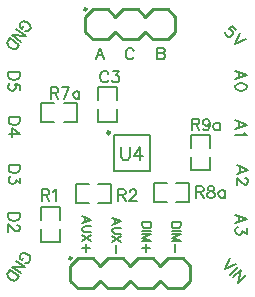
<source format=gto>
G04 Layer: TopSilkLayer*
G04 EasyEDA v6.1.41, Mon, 03 Jun 2019 03:14:34 GMT*
G04 5a90bc5d05c24feeabf61e1713a7abd1,f719cc3b5e9d4f31bc15a5958a6a0e99,10*
G04 Gerber Generator version 0.2*
G04 Scale: 100 percent, Rotated: No, Reflected: No *
G04 Dimensions in millimeters *
G04 leading zeros omitted , absolute positions ,3 integer and 3 decimal *
%FSLAX33Y33*%
%MOMM*%
G90*
G71D02*

%ADD10C,0.254000*%
%ADD19C,0.200000*%
%ADD20C,0.249999*%
%ADD21C,0.152400*%
%ADD22C,0.203200*%

%LPD*%
G54D19*
G01X13603Y14342D02*
G01X16002Y14342D01*
G01X16002Y11342D01*
G01X12979Y11342D01*
G01X12979Y14342D01*
G01X13603Y14342D01*
G01X11640Y10163D02*
G01X12740Y10163D01*
G01X12740Y8562D01*
G01X11640Y8562D01*
G01X10840Y10163D02*
G01X9740Y10163D01*
G01X9740Y9163D01*
G01X9740Y8562D01*
G01X10840Y8562D01*
G54D10*
G01X15621Y24348D02*
G01X16256Y24983D01*
G01X16256Y24983D02*
G01X17526Y24983D01*
G01X17526Y24983D02*
G01X18161Y24348D01*
G01X18161Y23078D02*
G01X17526Y22443D01*
G01X17526Y22443D02*
G01X16256Y22443D01*
G01X16256Y22443D02*
G01X15621Y23078D01*
G01X11176Y24983D02*
G01X12446Y24983D01*
G01X12446Y24983D02*
G01X13081Y24348D01*
G01X13081Y23078D02*
G01X12446Y22443D01*
G01X13081Y24348D02*
G01X13716Y24983D01*
G01X13716Y24983D02*
G01X14986Y24983D01*
G01X14986Y24983D02*
G01X15621Y24348D01*
G01X15621Y23078D02*
G01X14986Y22443D01*
G01X14986Y22443D02*
G01X13716Y22443D01*
G01X13716Y22443D02*
G01X13081Y23078D01*
G01X10541Y24348D02*
G01X10541Y23078D01*
G01X11176Y24983D02*
G01X10541Y24348D01*
G01X10541Y23078D02*
G01X11176Y22443D01*
G01X12446Y22443D02*
G01X11176Y22443D01*
G01X18161Y24348D02*
G01X18161Y23078D01*
G01X17526Y3901D02*
G01X18796Y3901D01*
G01X18796Y3901D02*
G01X19431Y3266D01*
G01X19431Y1996D02*
G01X18796Y1361D01*
G01X14351Y3266D02*
G01X14986Y3901D01*
G01X14986Y3901D02*
G01X16256Y3901D01*
G01X16256Y3901D02*
G01X16891Y3266D01*
G01X16891Y1996D02*
G01X16256Y1361D01*
G01X16256Y1361D02*
G01X14986Y1361D01*
G01X14986Y1361D02*
G01X14351Y1996D01*
G01X17526Y3901D02*
G01X16891Y3266D01*
G01X16891Y1996D02*
G01X17526Y1361D01*
G01X18796Y1361D02*
G01X17526Y1361D01*
G01X9906Y3901D02*
G01X11176Y3901D01*
G01X11176Y3901D02*
G01X11811Y3266D01*
G01X11811Y1996D02*
G01X11176Y1361D01*
G01X11811Y3266D02*
G01X12446Y3901D01*
G01X12446Y3901D02*
G01X13716Y3901D01*
G01X13716Y3901D02*
G01X14351Y3266D01*
G01X14351Y1996D02*
G01X13716Y1361D01*
G01X13716Y1361D02*
G01X12446Y1361D01*
G01X12446Y1361D02*
G01X11811Y1996D01*
G01X9271Y3266D02*
G01X9271Y1996D01*
G01X9906Y3901D02*
G01X9271Y3266D01*
G01X9271Y1996D02*
G01X9906Y1361D01*
G01X11176Y1361D02*
G01X9906Y1361D01*
G01X19431Y3266D02*
G01X19431Y1996D01*
G54D19*
G01X6819Y7160D02*
G01X6819Y8260D01*
G01X8420Y8260D01*
G01X8420Y7160D01*
G01X6819Y6360D02*
G01X6819Y5260D01*
G01X7819Y5260D01*
G01X8420Y5260D01*
G01X8420Y6360D01*
G01X19519Y13256D02*
G01X19519Y14356D01*
G01X21120Y14356D01*
G01X21120Y13256D01*
G01X19519Y12456D02*
G01X19519Y11356D01*
G01X20519Y11356D01*
G01X21120Y11356D01*
G01X21120Y12456D01*
G01X18244Y10290D02*
G01X19344Y10290D01*
G01X19344Y8689D01*
G01X18244Y8689D01*
G01X17444Y10290D02*
G01X16344Y10290D01*
G01X16344Y9290D01*
G01X16344Y8689D01*
G01X17444Y8689D01*
G01X8719Y17021D02*
G01X9819Y17021D01*
G01X9819Y15420D01*
G01X8719Y15420D01*
G01X7919Y17021D02*
G01X6819Y17021D01*
G01X6819Y16021D01*
G01X6819Y15420D01*
G01X7919Y15420D01*
G01X11645Y17320D02*
G01X11645Y18420D01*
G01X13246Y18420D01*
G01X13246Y17320D01*
G01X11645Y16520D02*
G01X11645Y15420D01*
G01X12645Y15420D01*
G01X13246Y15420D01*
G01X13246Y16520D01*
G54D21*
G01X13588Y13300D02*
G01X13588Y12522D01*
G01X13639Y12365D01*
G01X13743Y12261D01*
G01X13901Y12210D01*
G01X14005Y12210D01*
G01X14160Y12261D01*
G01X14264Y12365D01*
G01X14315Y12522D01*
G01X14315Y13300D01*
G01X15179Y13300D02*
G01X14658Y12573D01*
G01X15438Y12573D01*
G01X15179Y13300D02*
G01X15179Y12210D01*
G01X13335Y9743D02*
G01X13335Y8788D01*
G01X13335Y9743D02*
G01X13743Y9743D01*
G01X13878Y9698D01*
G01X13924Y9652D01*
G01X13970Y9561D01*
G01X13970Y9469D01*
G01X13924Y9380D01*
G01X13878Y9335D01*
G01X13743Y9289D01*
G01X13335Y9289D01*
G01X13652Y9289D02*
G01X13970Y8788D01*
G01X14315Y9515D02*
G01X14315Y9561D01*
G01X14361Y9652D01*
G01X14406Y9698D01*
G01X14498Y9743D01*
G01X14678Y9743D01*
G01X14770Y9698D01*
G01X14815Y9652D01*
G01X14861Y9561D01*
G01X14861Y9469D01*
G01X14815Y9380D01*
G01X14724Y9243D01*
G01X14269Y8788D01*
G01X14907Y8788D01*
G01X6858Y9743D02*
G01X6858Y8788D01*
G01X6858Y9743D02*
G01X7266Y9743D01*
G01X7401Y9698D01*
G01X7447Y9652D01*
G01X7493Y9561D01*
G01X7493Y9469D01*
G01X7447Y9380D01*
G01X7401Y9335D01*
G01X7266Y9289D01*
G01X6858Y9289D01*
G01X7175Y9289D02*
G01X7493Y8788D01*
G01X7792Y9561D02*
G01X7884Y9606D01*
G01X8021Y9743D01*
G01X8021Y8788D01*
G01X19558Y15712D02*
G01X19558Y14757D01*
G01X19558Y15712D02*
G01X19966Y15712D01*
G01X20101Y15667D01*
G01X20147Y15621D01*
G01X20193Y15530D01*
G01X20193Y15438D01*
G01X20147Y15349D01*
G01X20101Y15304D01*
G01X19966Y15258D01*
G01X19558Y15258D01*
G01X19875Y15258D02*
G01X20193Y14757D01*
G01X21084Y15392D02*
G01X21038Y15258D01*
G01X20947Y15166D01*
G01X20812Y15121D01*
G01X20767Y15121D01*
G01X20629Y15166D01*
G01X20538Y15258D01*
G01X20492Y15392D01*
G01X20492Y15438D01*
G01X20538Y15575D01*
G01X20629Y15667D01*
G01X20767Y15712D01*
G01X20812Y15712D01*
G01X20947Y15667D01*
G01X21038Y15575D01*
G01X21084Y15392D01*
G01X21084Y15166D01*
G01X21038Y14940D01*
G01X20947Y14803D01*
G01X20812Y14757D01*
G01X20721Y14757D01*
G01X20584Y14803D01*
G01X20538Y14895D01*
G01X21930Y15392D02*
G01X21930Y14757D01*
G01X21930Y15258D02*
G01X21838Y15349D01*
G01X21747Y15392D01*
G01X21610Y15392D01*
G01X21521Y15349D01*
G01X21429Y15258D01*
G01X21384Y15121D01*
G01X21384Y15029D01*
G01X21429Y14895D01*
G01X21521Y14803D01*
G01X21610Y14757D01*
G01X21747Y14757D01*
G01X21838Y14803D01*
G01X21930Y14895D01*
G01X19939Y9997D02*
G01X19939Y9042D01*
G01X19939Y9997D02*
G01X20347Y9997D01*
G01X20482Y9952D01*
G01X20528Y9906D01*
G01X20574Y9815D01*
G01X20574Y9723D01*
G01X20528Y9634D01*
G01X20482Y9589D01*
G01X20347Y9543D01*
G01X19939Y9543D01*
G01X20256Y9543D02*
G01X20574Y9042D01*
G01X21102Y9997D02*
G01X20965Y9952D01*
G01X20919Y9860D01*
G01X20919Y9769D01*
G01X20965Y9677D01*
G01X21056Y9634D01*
G01X21236Y9589D01*
G01X21374Y9543D01*
G01X21465Y9451D01*
G01X21511Y9360D01*
G01X21511Y9225D01*
G01X21465Y9134D01*
G01X21419Y9088D01*
G01X21282Y9042D01*
G01X21102Y9042D01*
G01X20965Y9088D01*
G01X20919Y9134D01*
G01X20873Y9225D01*
G01X20873Y9360D01*
G01X20919Y9451D01*
G01X21010Y9543D01*
G01X21148Y9589D01*
G01X21328Y9634D01*
G01X21419Y9677D01*
G01X21465Y9769D01*
G01X21465Y9860D01*
G01X21419Y9952D01*
G01X21282Y9997D01*
G01X21102Y9997D01*
G01X22357Y9677D02*
G01X22357Y9042D01*
G01X22357Y9543D02*
G01X22265Y9634D01*
G01X22174Y9677D01*
G01X22037Y9677D01*
G01X21948Y9634D01*
G01X21856Y9543D01*
G01X21810Y9406D01*
G01X21810Y9314D01*
G01X21856Y9180D01*
G01X21948Y9088D01*
G01X22037Y9042D01*
G01X22174Y9042D01*
G01X22265Y9088D01*
G01X22357Y9180D01*
G01X7620Y18379D02*
G01X7620Y17424D01*
G01X7620Y18379D02*
G01X8028Y18379D01*
G01X8163Y18334D01*
G01X8209Y18288D01*
G01X8255Y18197D01*
G01X8255Y18105D01*
G01X8209Y18016D01*
G01X8163Y17971D01*
G01X8028Y17925D01*
G01X7620Y17925D01*
G01X7937Y17925D02*
G01X8255Y17424D01*
G01X9192Y18379D02*
G01X8737Y17424D01*
G01X8554Y18379D02*
G01X9192Y18379D01*
G01X10038Y18059D02*
G01X10038Y17424D01*
G01X10038Y17925D02*
G01X9946Y18016D01*
G01X9855Y18059D01*
G01X9718Y18059D01*
G01X9629Y18016D01*
G01X9537Y17925D01*
G01X9491Y17788D01*
G01X9491Y17696D01*
G01X9537Y17562D01*
G01X9629Y17470D01*
G01X9718Y17424D01*
G01X9855Y17424D01*
G01X9946Y17470D01*
G01X10038Y17562D01*
G01X12491Y19548D02*
G01X12446Y19639D01*
G01X12354Y19731D01*
G01X12265Y19776D01*
G01X12082Y19776D01*
G01X11991Y19731D01*
G01X11899Y19639D01*
G01X11854Y19548D01*
G01X11811Y19413D01*
G01X11811Y19185D01*
G01X11854Y19048D01*
G01X11899Y18959D01*
G01X11991Y18867D01*
G01X12082Y18821D01*
G01X12265Y18821D01*
G01X12354Y18867D01*
G01X12446Y18959D01*
G01X12491Y19048D01*
G01X12882Y19776D02*
G01X13383Y19776D01*
G01X13108Y19413D01*
G01X13246Y19413D01*
G01X13337Y19368D01*
G01X13383Y19322D01*
G01X13428Y19185D01*
G01X13428Y19093D01*
G01X13383Y18959D01*
G01X13291Y18867D01*
G01X13154Y18821D01*
G01X13020Y18821D01*
G01X12882Y18867D01*
G01X12837Y18913D01*
G01X12791Y19004D01*
G54D22*
G01X5464Y23147D02*
G01X5564Y23130D01*
G01X5691Y23152D01*
G01X5781Y23201D01*
G01X5886Y23351D01*
G01X5900Y23450D01*
G01X5877Y23577D01*
G01X5829Y23667D01*
G01X5745Y23782D01*
G01X5557Y23913D01*
G01X5419Y23954D01*
G01X5320Y23967D01*
G01X5192Y23945D01*
G01X5104Y23898D01*
G01X4999Y23749D01*
G01X4984Y23647D01*
G01X5006Y23520D01*
G01X5054Y23434D01*
G01X5167Y23355D01*
G01X5296Y23540D02*
G01X5167Y23355D01*
G01X5478Y22768D02*
G01X4696Y23316D01*
G01X5478Y22768D02*
G01X4332Y22796D01*
G01X5114Y22248D02*
G01X4332Y22796D01*
G01X4942Y22002D02*
G01X4160Y22550D01*
G01X4942Y22002D02*
G01X4760Y21742D01*
G01X4644Y21656D01*
G01X4517Y21634D01*
G01X4415Y21649D01*
G01X4279Y21688D01*
G01X4092Y21820D01*
G01X4006Y21936D01*
G01X3959Y22024D01*
G01X3936Y22152D01*
G01X3978Y22290D01*
G01X4160Y22550D01*
G01X4973Y19649D02*
G01X4018Y19649D01*
G01X4973Y19649D02*
G01X4973Y19332D01*
G01X4927Y19195D01*
G01X4836Y19103D01*
G01X4744Y19058D01*
G01X4610Y19012D01*
G01X4381Y19012D01*
G01X4244Y19058D01*
G01X4155Y19103D01*
G01X4063Y19195D01*
G01X4018Y19332D01*
G01X4018Y19649D01*
G01X4973Y18169D02*
G01X4973Y18623D01*
G01X4564Y18666D01*
G01X4610Y18623D01*
G01X4653Y18486D01*
G01X4653Y18349D01*
G01X4610Y18214D01*
G01X4518Y18123D01*
G01X4381Y18077D01*
G01X4290Y18077D01*
G01X4155Y18123D01*
G01X4063Y18214D01*
G01X4018Y18349D01*
G01X4018Y18486D01*
G01X4063Y18623D01*
G01X4109Y18666D01*
G01X4201Y18712D01*
G01X4991Y15839D02*
G01X4036Y15839D01*
G01X4991Y15839D02*
G01X4991Y15522D01*
G01X4945Y15385D01*
G01X4853Y15293D01*
G01X4762Y15248D01*
G01X4627Y15202D01*
G01X4399Y15202D01*
G01X4262Y15248D01*
G01X4173Y15293D01*
G01X4081Y15385D01*
G01X4036Y15522D01*
G01X4036Y15839D01*
G01X4991Y14448D02*
G01X4353Y14902D01*
G01X4353Y14222D01*
G01X4991Y14448D02*
G01X4036Y14448D01*
G01X4991Y11775D02*
G01X4036Y11775D01*
G01X4991Y11775D02*
G01X4991Y11458D01*
G01X4945Y11321D01*
G01X4853Y11229D01*
G01X4762Y11184D01*
G01X4627Y11138D01*
G01X4399Y11138D01*
G01X4262Y11184D01*
G01X4173Y11229D01*
G01X4081Y11321D01*
G01X4036Y11458D01*
G01X4036Y11775D01*
G01X4991Y10749D02*
G01X4991Y10249D01*
G01X4627Y10521D01*
G01X4627Y10384D01*
G01X4582Y10295D01*
G01X4536Y10249D01*
G01X4399Y10203D01*
G01X4307Y10203D01*
G01X4173Y10249D01*
G01X4081Y10340D01*
G01X4036Y10475D01*
G01X4036Y10612D01*
G01X4081Y10749D01*
G01X4127Y10793D01*
G01X4218Y10838D01*
G01X4973Y7711D02*
G01X4018Y7711D01*
G01X4973Y7711D02*
G01X4973Y7394D01*
G01X4927Y7257D01*
G01X4836Y7165D01*
G01X4744Y7120D01*
G01X4610Y7074D01*
G01X4381Y7074D01*
G01X4244Y7120D01*
G01X4155Y7165D01*
G01X4063Y7257D01*
G01X4018Y7394D01*
G01X4018Y7711D01*
G01X4744Y6728D02*
G01X4790Y6728D01*
G01X4881Y6685D01*
G01X4927Y6640D01*
G01X4973Y6548D01*
G01X4973Y6365D01*
G01X4927Y6276D01*
G01X4881Y6231D01*
G01X4790Y6185D01*
G01X4698Y6185D01*
G01X4610Y6231D01*
G01X4472Y6320D01*
G01X4018Y6774D01*
G01X4018Y6139D01*
G01X5457Y3543D02*
G01X5557Y3526D01*
G01X5684Y3548D01*
G01X5774Y3597D01*
G01X5879Y3747D01*
G01X5893Y3846D01*
G01X5870Y3973D01*
G01X5821Y4063D01*
G01X5737Y4178D01*
G01X5550Y4309D01*
G01X5411Y4350D01*
G01X5312Y4363D01*
G01X5185Y4341D01*
G01X5097Y4294D01*
G01X4992Y4145D01*
G01X4977Y4044D01*
G01X4999Y3916D01*
G01X5047Y3830D01*
G01X5160Y3751D01*
G01X5289Y3936D02*
G01X5160Y3751D01*
G01X5471Y3164D02*
G01X4689Y3712D01*
G01X5471Y3164D02*
G01X4324Y3192D01*
G01X5107Y2644D02*
G01X4324Y3192D01*
G01X4935Y2398D02*
G01X4153Y2946D01*
G01X4935Y2398D02*
G01X4753Y2138D01*
G01X4637Y2052D01*
G01X4509Y2030D01*
G01X4408Y2045D01*
G01X4272Y2084D01*
G01X4084Y2216D01*
G01X3998Y2332D01*
G01X3952Y2420D01*
G01X3929Y2548D01*
G01X3970Y2686D01*
G01X4153Y2946D01*
G01X23316Y23265D02*
G01X22994Y23587D01*
G01X22673Y23330D01*
G01X22738Y23330D01*
G01X22863Y23265D01*
G01X22960Y23168D01*
G01X23027Y23041D01*
G01X23027Y22911D01*
G01X22962Y22782D01*
G01X22897Y22717D01*
G01X22770Y22654D01*
G01X22641Y22654D01*
G01X22511Y22719D01*
G01X22414Y22816D01*
G01X22352Y22944D01*
G01X22352Y23008D01*
G01X22384Y23105D01*
G01X23593Y22988D02*
G01X23174Y22056D01*
G01X24106Y22475D02*
G01X23174Y22056D01*
G01X24196Y19413D02*
G01X23241Y19776D01*
G01X24196Y19413D02*
G01X23241Y19050D01*
G01X23558Y19639D02*
G01X23558Y19185D01*
G01X24196Y18476D02*
G01X24150Y18613D01*
G01X24013Y18705D01*
G01X23787Y18750D01*
G01X23649Y18750D01*
G01X23423Y18705D01*
G01X23286Y18613D01*
G01X23241Y18476D01*
G01X23241Y18385D01*
G01X23286Y18250D01*
G01X23423Y18159D01*
G01X23649Y18113D01*
G01X23787Y18113D01*
G01X24013Y18159D01*
G01X24150Y18250D01*
G01X24196Y18385D01*
G01X24196Y18476D01*
G01X24196Y15222D02*
G01X23241Y15585D01*
G01X24196Y15222D02*
G01X23241Y14859D01*
G01X23558Y15448D02*
G01X23558Y14994D01*
G01X24013Y14559D02*
G01X24058Y14468D01*
G01X24196Y14331D01*
G01X23241Y14331D01*
G01X24295Y11412D02*
G01X23340Y11775D01*
G01X24295Y11412D02*
G01X23340Y11049D01*
G01X23657Y11638D02*
G01X23657Y11184D01*
G01X24066Y10704D02*
G01X24112Y10704D01*
G01X24203Y10658D01*
G01X24249Y10612D01*
G01X24295Y10521D01*
G01X24295Y10340D01*
G01X24249Y10249D01*
G01X24203Y10203D01*
G01X24112Y10157D01*
G01X24020Y10157D01*
G01X23931Y10203D01*
G01X23794Y10295D01*
G01X23340Y10749D01*
G01X23340Y10112D01*
G01X24196Y7221D02*
G01X23241Y7585D01*
G01X24196Y7221D02*
G01X23241Y6858D01*
G01X23558Y7447D02*
G01X23558Y6993D01*
G01X24196Y6467D02*
G01X24196Y5967D01*
G01X23832Y6238D01*
G01X23832Y6104D01*
G01X23787Y6012D01*
G01X23741Y5967D01*
G01X23604Y5921D01*
G01X23512Y5921D01*
G01X23378Y5967D01*
G01X23286Y6058D01*
G01X23241Y6193D01*
G01X23241Y6330D01*
G01X23286Y6467D01*
G01X23332Y6513D01*
G01X23423Y6558D01*
G01X22770Y3901D02*
G01X22351Y2969D01*
G01X23284Y3388D02*
G01X22351Y2969D01*
G01X23496Y3176D02*
G01X22820Y2501D01*
G01X23709Y2962D02*
G01X23034Y2287D01*
G01X23709Y2962D02*
G01X23483Y1838D01*
G01X24158Y2513D02*
G01X23483Y1838D01*
G01X14650Y21491D02*
G01X14607Y21582D01*
G01X14516Y21674D01*
G01X14424Y21720D01*
G01X14241Y21720D01*
G01X14152Y21674D01*
G01X14061Y21582D01*
G01X14015Y21491D01*
G01X13970Y21356D01*
G01X13970Y21128D01*
G01X14015Y20991D01*
G01X14061Y20902D01*
G01X14152Y20810D01*
G01X14241Y20765D01*
G01X14424Y20765D01*
G01X14516Y20810D01*
G01X14607Y20902D01*
G01X14650Y20991D01*
G01X11793Y21720D02*
G01X11430Y20765D01*
G01X11793Y21720D02*
G01X12156Y20765D01*
G01X11567Y21082D02*
G01X12021Y21082D01*
G01X16637Y21720D02*
G01X16637Y20765D01*
G01X16637Y21720D02*
G01X17045Y21720D01*
G01X17183Y21674D01*
G01X17228Y21628D01*
G01X17274Y21537D01*
G01X17274Y21445D01*
G01X17228Y21356D01*
G01X17183Y21311D01*
G01X17045Y21265D01*
G01X16637Y21265D02*
G01X17045Y21265D01*
G01X17183Y21219D01*
G01X17228Y21173D01*
G01X17274Y21082D01*
G01X17274Y20947D01*
G01X17228Y20856D01*
G01X17183Y20810D01*
G01X17045Y20765D01*
G01X16637Y20765D01*
G01X11051Y7165D02*
G01X10287Y7457D01*
G01X11051Y7165D02*
G01X10287Y6876D01*
G01X10541Y7348D02*
G01X10541Y6985D01*
G01X11051Y6635D02*
G01X10505Y6635D01*
G01X10396Y6599D01*
G01X10322Y6528D01*
G01X10287Y6419D01*
G01X10287Y6345D01*
G01X10322Y6236D01*
G01X10396Y6162D01*
G01X10505Y6127D01*
G01X11051Y6127D01*
G01X11051Y5888D02*
G01X10287Y5377D01*
G01X11051Y5377D02*
G01X10287Y5888D01*
G01X10942Y4811D02*
G01X10287Y4811D01*
G01X10614Y5138D02*
G01X10614Y4483D01*
G01X13591Y7038D02*
G01X12827Y7330D01*
G01X13591Y7038D02*
G01X12827Y6749D01*
G01X13081Y7221D02*
G01X13081Y6858D01*
G01X13591Y6508D02*
G01X13045Y6508D01*
G01X12936Y6472D01*
G01X12862Y6401D01*
G01X12827Y6292D01*
G01X12827Y6218D01*
G01X12862Y6109D01*
G01X12936Y6035D01*
G01X13045Y6000D01*
G01X13591Y6000D01*
G01X13591Y5761D02*
G01X12827Y5250D01*
G01X13591Y5250D02*
G01X12827Y5761D01*
G01X13154Y5011D02*
G01X13154Y4356D01*
G01X16131Y6949D02*
G01X15367Y6949D01*
G01X16131Y6949D02*
G01X16131Y6695D01*
G01X16093Y6586D01*
G01X16022Y6513D01*
G01X15948Y6477D01*
G01X15839Y6441D01*
G01X15659Y6441D01*
G01X15549Y6477D01*
G01X15476Y6513D01*
G01X15402Y6586D01*
G01X15367Y6695D01*
G01X15367Y6949D01*
G01X16131Y6200D02*
G01X15367Y6200D01*
G01X16131Y5961D02*
G01X15367Y5961D01*
G01X16131Y5961D02*
G01X15367Y5669D01*
G01X16131Y5380D02*
G01X15367Y5669D01*
G01X16131Y5380D02*
G01X15367Y5380D01*
G01X16022Y4811D02*
G01X15367Y4811D01*
G01X15694Y5138D02*
G01X15694Y4483D01*
G01X18597Y6949D02*
G01X17833Y6949D01*
G01X18597Y6949D02*
G01X18597Y6695D01*
G01X18559Y6586D01*
G01X18488Y6513D01*
G01X18415Y6477D01*
G01X18305Y6441D01*
G01X18125Y6441D01*
G01X18016Y6477D01*
G01X17942Y6513D01*
G01X17868Y6586D01*
G01X17833Y6695D01*
G01X17833Y6949D01*
G01X18597Y6200D02*
G01X17833Y6200D01*
G01X18597Y5961D02*
G01X17833Y5961D01*
G01X18597Y5961D02*
G01X17833Y5669D01*
G01X18597Y5380D02*
G01X17833Y5669D01*
G01X18597Y5380D02*
G01X17833Y5380D01*
G01X18161Y5138D02*
G01X18161Y4483D01*
G54D20*
G75*
G01X12629Y14542D02*
G03X12629Y14540I-125J-1D01*
G01*
G54D10*
G75*
G01X10641Y24984D02*
G03X10641Y24984I-100J0D01*
G01*
G75*
G01X9371Y3902D02*
G03X9371Y3902I-100J0D01*
G01*
M00*
M02*

</source>
